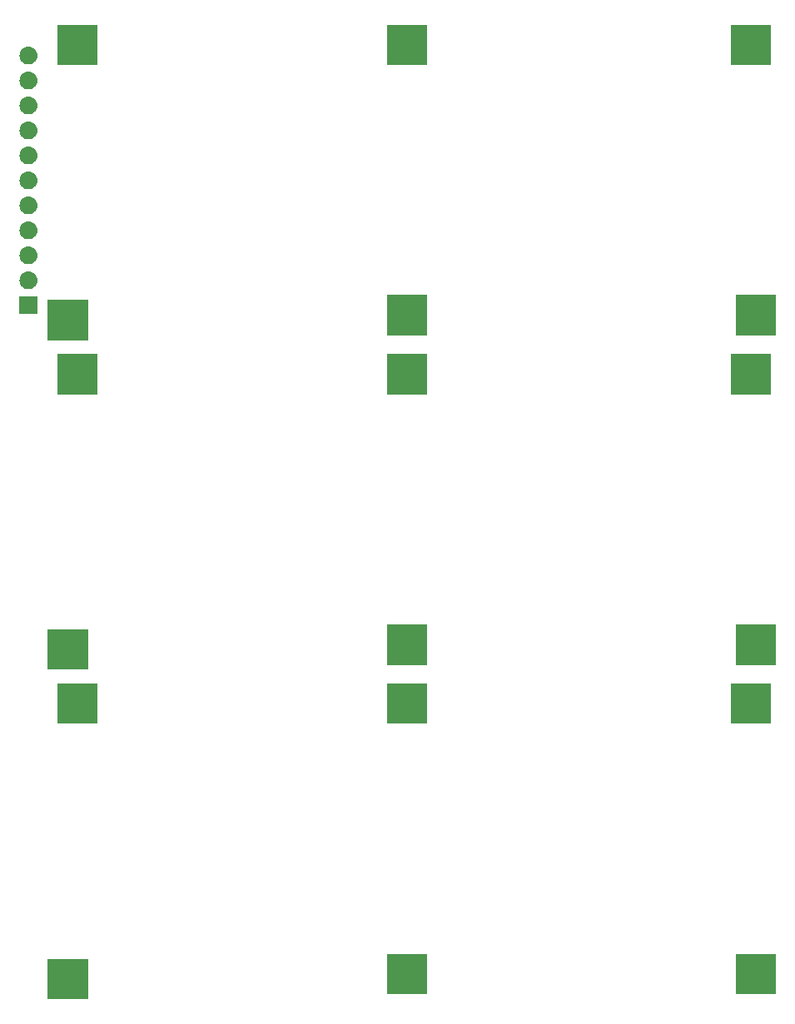
<source format=gbr>
G04 #@! TF.GenerationSoftware,KiCad,Pcbnew,5.1.0*
G04 #@! TF.CreationDate,2019-04-23T13:01:11-05:00*
G04 #@! TF.ProjectId,S4_20Badge,53345f32-3042-4616-9467-652e6b696361,rev?*
G04 #@! TF.SameCoordinates,Original*
G04 #@! TF.FileFunction,Soldermask,Bot*
G04 #@! TF.FilePolarity,Negative*
%FSLAX46Y46*%
G04 Gerber Fmt 4.6, Leading zero omitted, Abs format (unit mm)*
G04 Created by KiCad (PCBNEW 5.1.0) date 2019-04-23 13:01:11*
%MOMM*%
%LPD*%
G04 APERTURE LIST*
%ADD10C,0.100000*%
G04 APERTURE END LIST*
D10*
G36*
X117551000Y-150051000D02*
G01*
X113449000Y-150051000D01*
X113449000Y-145949000D01*
X117551000Y-145949000D01*
X117551000Y-150051000D01*
X117551000Y-150051000D01*
G37*
G36*
X187551000Y-149551000D02*
G01*
X183449000Y-149551000D01*
X183449000Y-145449000D01*
X187551000Y-145449000D01*
X187551000Y-149551000D01*
X187551000Y-149551000D01*
G37*
G36*
X152051000Y-149551000D02*
G01*
X147949000Y-149551000D01*
X147949000Y-145449000D01*
X152051000Y-145449000D01*
X152051000Y-149551000D01*
X152051000Y-149551000D01*
G37*
G36*
X118551000Y-122051000D02*
G01*
X114449000Y-122051000D01*
X114449000Y-117949000D01*
X118551000Y-117949000D01*
X118551000Y-122051000D01*
X118551000Y-122051000D01*
G37*
G36*
X152051000Y-122051000D02*
G01*
X147949000Y-122051000D01*
X147949000Y-117949000D01*
X152051000Y-117949000D01*
X152051000Y-122051000D01*
X152051000Y-122051000D01*
G37*
G36*
X187051000Y-122051000D02*
G01*
X182949000Y-122051000D01*
X182949000Y-117949000D01*
X187051000Y-117949000D01*
X187051000Y-122051000D01*
X187051000Y-122051000D01*
G37*
G36*
X117551000Y-116551000D02*
G01*
X113449000Y-116551000D01*
X113449000Y-112449000D01*
X117551000Y-112449000D01*
X117551000Y-116551000D01*
X117551000Y-116551000D01*
G37*
G36*
X152051000Y-116051000D02*
G01*
X147949000Y-116051000D01*
X147949000Y-111949000D01*
X152051000Y-111949000D01*
X152051000Y-116051000D01*
X152051000Y-116051000D01*
G37*
G36*
X187551000Y-116051000D02*
G01*
X183449000Y-116051000D01*
X183449000Y-111949000D01*
X187551000Y-111949000D01*
X187551000Y-116051000D01*
X187551000Y-116051000D01*
G37*
G36*
X118551000Y-88551000D02*
G01*
X114449000Y-88551000D01*
X114449000Y-84449000D01*
X118551000Y-84449000D01*
X118551000Y-88551000D01*
X118551000Y-88551000D01*
G37*
G36*
X152051000Y-88551000D02*
G01*
X147949000Y-88551000D01*
X147949000Y-84449000D01*
X152051000Y-84449000D01*
X152051000Y-88551000D01*
X152051000Y-88551000D01*
G37*
G36*
X187051000Y-88551000D02*
G01*
X182949000Y-88551000D01*
X182949000Y-84449000D01*
X187051000Y-84449000D01*
X187051000Y-88551000D01*
X187051000Y-88551000D01*
G37*
G36*
X117551000Y-83051000D02*
G01*
X113449000Y-83051000D01*
X113449000Y-78949000D01*
X117551000Y-78949000D01*
X117551000Y-83051000D01*
X117551000Y-83051000D01*
G37*
G36*
X152051000Y-82551000D02*
G01*
X147949000Y-82551000D01*
X147949000Y-78449000D01*
X152051000Y-78449000D01*
X152051000Y-82551000D01*
X152051000Y-82551000D01*
G37*
G36*
X187551000Y-82551000D02*
G01*
X183449000Y-82551000D01*
X183449000Y-78449000D01*
X187551000Y-78449000D01*
X187551000Y-82551000D01*
X187551000Y-82551000D01*
G37*
G36*
X112401000Y-80401000D02*
G01*
X110599000Y-80401000D01*
X110599000Y-78599000D01*
X112401000Y-78599000D01*
X112401000Y-80401000D01*
X112401000Y-80401000D01*
G37*
G36*
X111610443Y-76065519D02*
G01*
X111676627Y-76072037D01*
X111846466Y-76123557D01*
X112002991Y-76207222D01*
X112038729Y-76236552D01*
X112140186Y-76319814D01*
X112223448Y-76421271D01*
X112252778Y-76457009D01*
X112336443Y-76613534D01*
X112387963Y-76783373D01*
X112405359Y-76960000D01*
X112387963Y-77136627D01*
X112336443Y-77306466D01*
X112252778Y-77462991D01*
X112223448Y-77498729D01*
X112140186Y-77600186D01*
X112038729Y-77683448D01*
X112002991Y-77712778D01*
X111846466Y-77796443D01*
X111676627Y-77847963D01*
X111610443Y-77854481D01*
X111544260Y-77861000D01*
X111455740Y-77861000D01*
X111389557Y-77854481D01*
X111323373Y-77847963D01*
X111153534Y-77796443D01*
X110997009Y-77712778D01*
X110961271Y-77683448D01*
X110859814Y-77600186D01*
X110776552Y-77498729D01*
X110747222Y-77462991D01*
X110663557Y-77306466D01*
X110612037Y-77136627D01*
X110594641Y-76960000D01*
X110612037Y-76783373D01*
X110663557Y-76613534D01*
X110747222Y-76457009D01*
X110776552Y-76421271D01*
X110859814Y-76319814D01*
X110961271Y-76236552D01*
X110997009Y-76207222D01*
X111153534Y-76123557D01*
X111323373Y-76072037D01*
X111389557Y-76065519D01*
X111455740Y-76059000D01*
X111544260Y-76059000D01*
X111610443Y-76065519D01*
X111610443Y-76065519D01*
G37*
G36*
X111610442Y-73525518D02*
G01*
X111676627Y-73532037D01*
X111846466Y-73583557D01*
X112002991Y-73667222D01*
X112038729Y-73696552D01*
X112140186Y-73779814D01*
X112223448Y-73881271D01*
X112252778Y-73917009D01*
X112336443Y-74073534D01*
X112387963Y-74243373D01*
X112405359Y-74420000D01*
X112387963Y-74596627D01*
X112336443Y-74766466D01*
X112252778Y-74922991D01*
X112223448Y-74958729D01*
X112140186Y-75060186D01*
X112038729Y-75143448D01*
X112002991Y-75172778D01*
X111846466Y-75256443D01*
X111676627Y-75307963D01*
X111610442Y-75314482D01*
X111544260Y-75321000D01*
X111455740Y-75321000D01*
X111389558Y-75314482D01*
X111323373Y-75307963D01*
X111153534Y-75256443D01*
X110997009Y-75172778D01*
X110961271Y-75143448D01*
X110859814Y-75060186D01*
X110776552Y-74958729D01*
X110747222Y-74922991D01*
X110663557Y-74766466D01*
X110612037Y-74596627D01*
X110594641Y-74420000D01*
X110612037Y-74243373D01*
X110663557Y-74073534D01*
X110747222Y-73917009D01*
X110776552Y-73881271D01*
X110859814Y-73779814D01*
X110961271Y-73696552D01*
X110997009Y-73667222D01*
X111153534Y-73583557D01*
X111323373Y-73532037D01*
X111389558Y-73525518D01*
X111455740Y-73519000D01*
X111544260Y-73519000D01*
X111610442Y-73525518D01*
X111610442Y-73525518D01*
G37*
G36*
X111610443Y-70985519D02*
G01*
X111676627Y-70992037D01*
X111846466Y-71043557D01*
X112002991Y-71127222D01*
X112038729Y-71156552D01*
X112140186Y-71239814D01*
X112223448Y-71341271D01*
X112252778Y-71377009D01*
X112336443Y-71533534D01*
X112387963Y-71703373D01*
X112405359Y-71880000D01*
X112387963Y-72056627D01*
X112336443Y-72226466D01*
X112252778Y-72382991D01*
X112223448Y-72418729D01*
X112140186Y-72520186D01*
X112038729Y-72603448D01*
X112002991Y-72632778D01*
X111846466Y-72716443D01*
X111676627Y-72767963D01*
X111610443Y-72774481D01*
X111544260Y-72781000D01*
X111455740Y-72781000D01*
X111389557Y-72774481D01*
X111323373Y-72767963D01*
X111153534Y-72716443D01*
X110997009Y-72632778D01*
X110961271Y-72603448D01*
X110859814Y-72520186D01*
X110776552Y-72418729D01*
X110747222Y-72382991D01*
X110663557Y-72226466D01*
X110612037Y-72056627D01*
X110594641Y-71880000D01*
X110612037Y-71703373D01*
X110663557Y-71533534D01*
X110747222Y-71377009D01*
X110776552Y-71341271D01*
X110859814Y-71239814D01*
X110961271Y-71156552D01*
X110997009Y-71127222D01*
X111153534Y-71043557D01*
X111323373Y-70992037D01*
X111389557Y-70985519D01*
X111455740Y-70979000D01*
X111544260Y-70979000D01*
X111610443Y-70985519D01*
X111610443Y-70985519D01*
G37*
G36*
X111610442Y-68445518D02*
G01*
X111676627Y-68452037D01*
X111846466Y-68503557D01*
X112002991Y-68587222D01*
X112038729Y-68616552D01*
X112140186Y-68699814D01*
X112223448Y-68801271D01*
X112252778Y-68837009D01*
X112336443Y-68993534D01*
X112387963Y-69163373D01*
X112405359Y-69340000D01*
X112387963Y-69516627D01*
X112336443Y-69686466D01*
X112252778Y-69842991D01*
X112223448Y-69878729D01*
X112140186Y-69980186D01*
X112038729Y-70063448D01*
X112002991Y-70092778D01*
X111846466Y-70176443D01*
X111676627Y-70227963D01*
X111610443Y-70234481D01*
X111544260Y-70241000D01*
X111455740Y-70241000D01*
X111389557Y-70234481D01*
X111323373Y-70227963D01*
X111153534Y-70176443D01*
X110997009Y-70092778D01*
X110961271Y-70063448D01*
X110859814Y-69980186D01*
X110776552Y-69878729D01*
X110747222Y-69842991D01*
X110663557Y-69686466D01*
X110612037Y-69516627D01*
X110594641Y-69340000D01*
X110612037Y-69163373D01*
X110663557Y-68993534D01*
X110747222Y-68837009D01*
X110776552Y-68801271D01*
X110859814Y-68699814D01*
X110961271Y-68616552D01*
X110997009Y-68587222D01*
X111153534Y-68503557D01*
X111323373Y-68452037D01*
X111389558Y-68445518D01*
X111455740Y-68439000D01*
X111544260Y-68439000D01*
X111610442Y-68445518D01*
X111610442Y-68445518D01*
G37*
G36*
X111610443Y-65905519D02*
G01*
X111676627Y-65912037D01*
X111846466Y-65963557D01*
X112002991Y-66047222D01*
X112038729Y-66076552D01*
X112140186Y-66159814D01*
X112223448Y-66261271D01*
X112252778Y-66297009D01*
X112336443Y-66453534D01*
X112387963Y-66623373D01*
X112405359Y-66800000D01*
X112387963Y-66976627D01*
X112336443Y-67146466D01*
X112252778Y-67302991D01*
X112223448Y-67338729D01*
X112140186Y-67440186D01*
X112038729Y-67523448D01*
X112002991Y-67552778D01*
X111846466Y-67636443D01*
X111676627Y-67687963D01*
X111610443Y-67694481D01*
X111544260Y-67701000D01*
X111455740Y-67701000D01*
X111389557Y-67694481D01*
X111323373Y-67687963D01*
X111153534Y-67636443D01*
X110997009Y-67552778D01*
X110961271Y-67523448D01*
X110859814Y-67440186D01*
X110776552Y-67338729D01*
X110747222Y-67302991D01*
X110663557Y-67146466D01*
X110612037Y-66976627D01*
X110594641Y-66800000D01*
X110612037Y-66623373D01*
X110663557Y-66453534D01*
X110747222Y-66297009D01*
X110776552Y-66261271D01*
X110859814Y-66159814D01*
X110961271Y-66076552D01*
X110997009Y-66047222D01*
X111153534Y-65963557D01*
X111323373Y-65912037D01*
X111389557Y-65905519D01*
X111455740Y-65899000D01*
X111544260Y-65899000D01*
X111610443Y-65905519D01*
X111610443Y-65905519D01*
G37*
G36*
X111610442Y-63365518D02*
G01*
X111676627Y-63372037D01*
X111846466Y-63423557D01*
X112002991Y-63507222D01*
X112038729Y-63536552D01*
X112140186Y-63619814D01*
X112223448Y-63721271D01*
X112252778Y-63757009D01*
X112336443Y-63913534D01*
X112387963Y-64083373D01*
X112405359Y-64260000D01*
X112387963Y-64436627D01*
X112336443Y-64606466D01*
X112252778Y-64762991D01*
X112223448Y-64798729D01*
X112140186Y-64900186D01*
X112038729Y-64983448D01*
X112002991Y-65012778D01*
X111846466Y-65096443D01*
X111676627Y-65147963D01*
X111610442Y-65154482D01*
X111544260Y-65161000D01*
X111455740Y-65161000D01*
X111389558Y-65154482D01*
X111323373Y-65147963D01*
X111153534Y-65096443D01*
X110997009Y-65012778D01*
X110961271Y-64983448D01*
X110859814Y-64900186D01*
X110776552Y-64798729D01*
X110747222Y-64762991D01*
X110663557Y-64606466D01*
X110612037Y-64436627D01*
X110594641Y-64260000D01*
X110612037Y-64083373D01*
X110663557Y-63913534D01*
X110747222Y-63757009D01*
X110776552Y-63721271D01*
X110859814Y-63619814D01*
X110961271Y-63536552D01*
X110997009Y-63507222D01*
X111153534Y-63423557D01*
X111323373Y-63372037D01*
X111389558Y-63365518D01*
X111455740Y-63359000D01*
X111544260Y-63359000D01*
X111610442Y-63365518D01*
X111610442Y-63365518D01*
G37*
G36*
X111610443Y-60825519D02*
G01*
X111676627Y-60832037D01*
X111846466Y-60883557D01*
X112002991Y-60967222D01*
X112038729Y-60996552D01*
X112140186Y-61079814D01*
X112223448Y-61181271D01*
X112252778Y-61217009D01*
X112336443Y-61373534D01*
X112387963Y-61543373D01*
X112405359Y-61720000D01*
X112387963Y-61896627D01*
X112336443Y-62066466D01*
X112252778Y-62222991D01*
X112223448Y-62258729D01*
X112140186Y-62360186D01*
X112038729Y-62443448D01*
X112002991Y-62472778D01*
X111846466Y-62556443D01*
X111676627Y-62607963D01*
X111610442Y-62614482D01*
X111544260Y-62621000D01*
X111455740Y-62621000D01*
X111389558Y-62614482D01*
X111323373Y-62607963D01*
X111153534Y-62556443D01*
X110997009Y-62472778D01*
X110961271Y-62443448D01*
X110859814Y-62360186D01*
X110776552Y-62258729D01*
X110747222Y-62222991D01*
X110663557Y-62066466D01*
X110612037Y-61896627D01*
X110594641Y-61720000D01*
X110612037Y-61543373D01*
X110663557Y-61373534D01*
X110747222Y-61217009D01*
X110776552Y-61181271D01*
X110859814Y-61079814D01*
X110961271Y-60996552D01*
X110997009Y-60967222D01*
X111153534Y-60883557D01*
X111323373Y-60832037D01*
X111389557Y-60825519D01*
X111455740Y-60819000D01*
X111544260Y-60819000D01*
X111610443Y-60825519D01*
X111610443Y-60825519D01*
G37*
G36*
X111610442Y-58285518D02*
G01*
X111676627Y-58292037D01*
X111846466Y-58343557D01*
X112002991Y-58427222D01*
X112038729Y-58456552D01*
X112140186Y-58539814D01*
X112223448Y-58641271D01*
X112252778Y-58677009D01*
X112336443Y-58833534D01*
X112387963Y-59003373D01*
X112405359Y-59180000D01*
X112387963Y-59356627D01*
X112336443Y-59526466D01*
X112252778Y-59682991D01*
X112223448Y-59718729D01*
X112140186Y-59820186D01*
X112038729Y-59903448D01*
X112002991Y-59932778D01*
X111846466Y-60016443D01*
X111676627Y-60067963D01*
X111610443Y-60074481D01*
X111544260Y-60081000D01*
X111455740Y-60081000D01*
X111389557Y-60074481D01*
X111323373Y-60067963D01*
X111153534Y-60016443D01*
X110997009Y-59932778D01*
X110961271Y-59903448D01*
X110859814Y-59820186D01*
X110776552Y-59718729D01*
X110747222Y-59682991D01*
X110663557Y-59526466D01*
X110612037Y-59356627D01*
X110594641Y-59180000D01*
X110612037Y-59003373D01*
X110663557Y-58833534D01*
X110747222Y-58677009D01*
X110776552Y-58641271D01*
X110859814Y-58539814D01*
X110961271Y-58456552D01*
X110997009Y-58427222D01*
X111153534Y-58343557D01*
X111323373Y-58292037D01*
X111389558Y-58285518D01*
X111455740Y-58279000D01*
X111544260Y-58279000D01*
X111610442Y-58285518D01*
X111610442Y-58285518D01*
G37*
G36*
X111610443Y-55745519D02*
G01*
X111676627Y-55752037D01*
X111846466Y-55803557D01*
X112002991Y-55887222D01*
X112038729Y-55916552D01*
X112140186Y-55999814D01*
X112223448Y-56101271D01*
X112252778Y-56137009D01*
X112336443Y-56293534D01*
X112387963Y-56463373D01*
X112405359Y-56640000D01*
X112387963Y-56816627D01*
X112336443Y-56986466D01*
X112252778Y-57142991D01*
X112223448Y-57178729D01*
X112140186Y-57280186D01*
X112038729Y-57363448D01*
X112002991Y-57392778D01*
X111846466Y-57476443D01*
X111676627Y-57527963D01*
X111610442Y-57534482D01*
X111544260Y-57541000D01*
X111455740Y-57541000D01*
X111389558Y-57534482D01*
X111323373Y-57527963D01*
X111153534Y-57476443D01*
X110997009Y-57392778D01*
X110961271Y-57363448D01*
X110859814Y-57280186D01*
X110776552Y-57178729D01*
X110747222Y-57142991D01*
X110663557Y-56986466D01*
X110612037Y-56816627D01*
X110594641Y-56640000D01*
X110612037Y-56463373D01*
X110663557Y-56293534D01*
X110747222Y-56137009D01*
X110776552Y-56101271D01*
X110859814Y-55999814D01*
X110961271Y-55916552D01*
X110997009Y-55887222D01*
X111153534Y-55803557D01*
X111323373Y-55752037D01*
X111389557Y-55745519D01*
X111455740Y-55739000D01*
X111544260Y-55739000D01*
X111610443Y-55745519D01*
X111610443Y-55745519D01*
G37*
G36*
X118551000Y-55051000D02*
G01*
X114449000Y-55051000D01*
X114449000Y-50949000D01*
X118551000Y-50949000D01*
X118551000Y-55051000D01*
X118551000Y-55051000D01*
G37*
G36*
X152051000Y-55051000D02*
G01*
X147949000Y-55051000D01*
X147949000Y-50949000D01*
X152051000Y-50949000D01*
X152051000Y-55051000D01*
X152051000Y-55051000D01*
G37*
G36*
X187051000Y-55051000D02*
G01*
X182949000Y-55051000D01*
X182949000Y-50949000D01*
X187051000Y-50949000D01*
X187051000Y-55051000D01*
X187051000Y-55051000D01*
G37*
G36*
X111610442Y-53205518D02*
G01*
X111676627Y-53212037D01*
X111846466Y-53263557D01*
X112002991Y-53347222D01*
X112038729Y-53376552D01*
X112140186Y-53459814D01*
X112223448Y-53561271D01*
X112252778Y-53597009D01*
X112336443Y-53753534D01*
X112387963Y-53923373D01*
X112405359Y-54100000D01*
X112387963Y-54276627D01*
X112336443Y-54446466D01*
X112252778Y-54602991D01*
X112223448Y-54638729D01*
X112140186Y-54740186D01*
X112038729Y-54823448D01*
X112002991Y-54852778D01*
X111846466Y-54936443D01*
X111676627Y-54987963D01*
X111610442Y-54994482D01*
X111544260Y-55001000D01*
X111455740Y-55001000D01*
X111389558Y-54994482D01*
X111323373Y-54987963D01*
X111153534Y-54936443D01*
X110997009Y-54852778D01*
X110961271Y-54823448D01*
X110859814Y-54740186D01*
X110776552Y-54638729D01*
X110747222Y-54602991D01*
X110663557Y-54446466D01*
X110612037Y-54276627D01*
X110594641Y-54100000D01*
X110612037Y-53923373D01*
X110663557Y-53753534D01*
X110747222Y-53597009D01*
X110776552Y-53561271D01*
X110859814Y-53459814D01*
X110961271Y-53376552D01*
X110997009Y-53347222D01*
X111153534Y-53263557D01*
X111323373Y-53212037D01*
X111389558Y-53205518D01*
X111455740Y-53199000D01*
X111544260Y-53199000D01*
X111610442Y-53205518D01*
X111610442Y-53205518D01*
G37*
M02*

</source>
